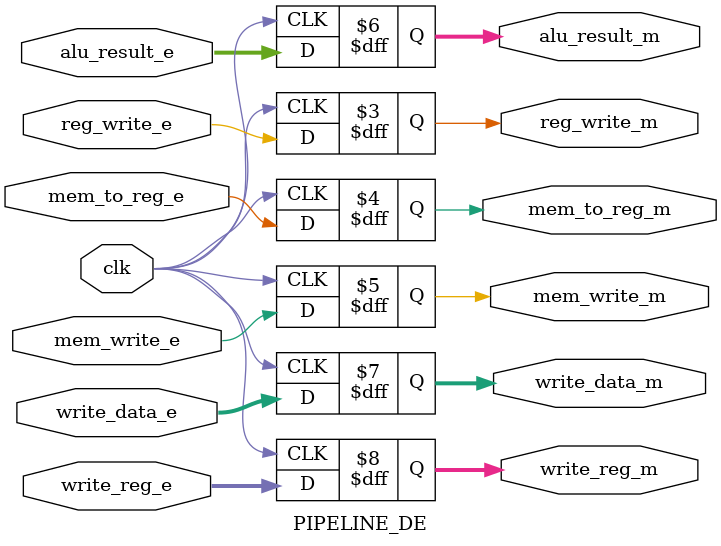
<source format=v>
module PIPELINE_DE (
    input reg_write_e,
    input mem_to_reg_e,
    input mem_write_e,
    input [31:0] alu_result_e,
    input [31:0] write_data_e,
    input [4:0] write_reg_e,
    input clk,
    output reg reg_write_m,
    output reg mem_to_reg_m,
    output reg mem_write_m,
    output reg [31:0] alu_result_m,
    output reg [31:0] write_data_m,
    output reg [4:0] write_reg_m);
    
  initial begin
    reg_write_m <= 0;
    mem_to_reg_m <= 0;
    mem_write_m <= 0;
    alu_result_m <= 0;
    write_data_m <= 0;
    write_reg_m <= 0;
  end
  
  always @(posedge clk) begin
    reg_write_m <= reg_write_e;
    mem_to_reg_m <= mem_to_reg_e;
    mem_write_m <= mem_write_e;
    alu_result_m <= alu_result_e;
    write_data_m <= write_data_e;
    write_reg_m <= write_reg_e;
  end
endmodule

</source>
